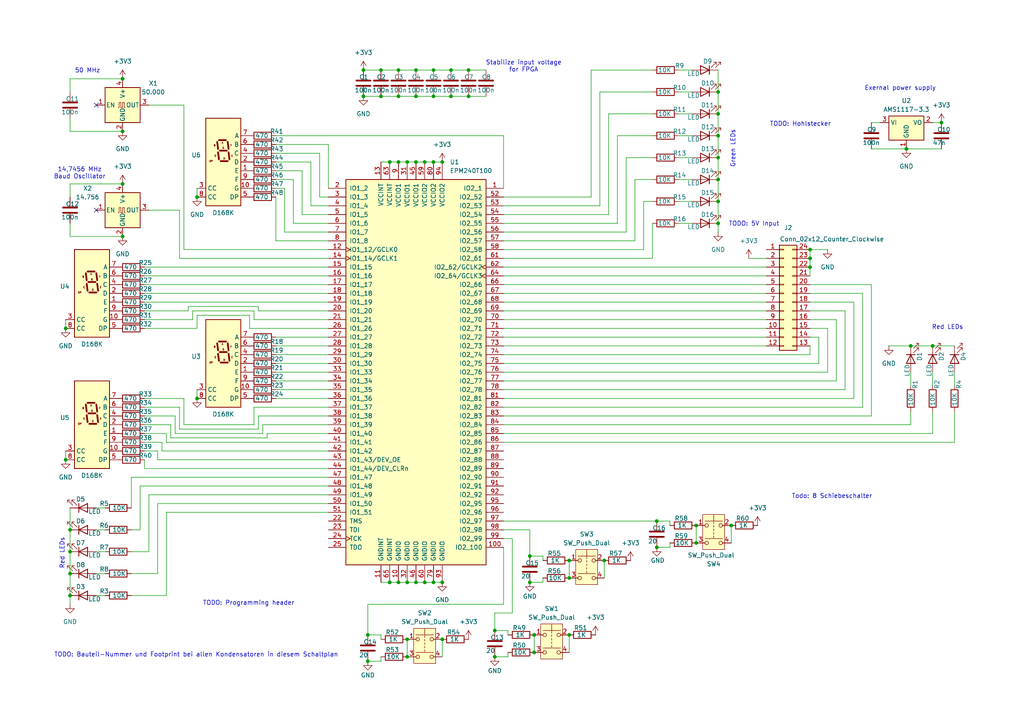
<source format=kicad_sch>
(kicad_sch (version 20231120) (generator "eeschema") (generator_version "8.0")
  (paper "A4")
  (junction (at 130.81 20.32))
  (junction (at 143.51 182.88))
  (junction (at 118.11 185.42))
  (junction (at 115.57 46.99))
  (junction (at 153.67 168.91))
  (junction (at 273.05 35.56))
  (junction (at 208.28 45.72))
  (junction (at 208.28 33.02))
  (junction (at 175.26 162.56))
  (junction (at 208.28 39.37))
  (junction (at 113.03 168.91))
  (junction (at 118.11 190.5))
  (junction (at 153.67 161.29))
  (junction (at 234.95 72.39))
  (junction (at 120.65 46.99))
  (junction (at 208.28 26.67))
  (junction (at 125.73 27.94))
  (junction (at 201.93 157.48))
  (junction (at 234.95 77.47))
  (junction (at 115.57 20.32))
  (junction (at 105.41 20.32))
  (junction (at 135.89 20.32))
  (junction (at 165.1 167.64))
  (junction (at 125.73 20.32))
  (junction (at 264.16 100.33))
  (junction (at 262.89 43.18))
  (junction (at 118.11 46.99))
  (junction (at 130.81 27.94))
  (junction (at 110.49 27.94))
  (junction (at 105.41 27.94))
  (junction (at 128.27 46.99))
  (junction (at 35.56 38.1))
  (junction (at 208.28 58.42))
  (junction (at 20.32 166.37))
  (junction (at 154.94 189.23))
  (junction (at 20.32 172.72))
  (junction (at 35.56 68.58))
  (junction (at 19.05 95.25))
  (junction (at 113.03 46.99))
  (junction (at 125.73 46.99))
  (junction (at 234.95 74.93))
  (junction (at 115.57 168.91))
  (junction (at 57.15 115.57))
  (junction (at 110.49 20.32))
  (junction (at 123.19 168.91))
  (junction (at 118.11 168.91))
  (junction (at 20.32 160.02))
  (junction (at 106.68 184.15))
  (junction (at 143.51 190.5))
  (junction (at 165.1 162.56))
  (junction (at 165.1 184.15))
  (junction (at 128.27 185.42))
  (junction (at 125.73 168.91))
  (junction (at 57.15 57.15))
  (junction (at 270.51 100.33))
  (junction (at 19.05 133.35))
  (junction (at 120.65 168.91))
  (junction (at 120.65 27.94))
  (junction (at 208.28 64.77))
  (junction (at 190.5 151.13))
  (junction (at 154.94 184.15))
  (junction (at 190.5 158.75))
  (junction (at 135.89 27.94))
  (junction (at 35.56 53.34))
  (junction (at 208.28 52.07))
  (junction (at 201.93 152.4))
  (junction (at 123.19 46.99))
  (junction (at 35.56 22.86))
  (junction (at 128.27 168.91))
  (junction (at 115.57 27.94))
  (junction (at 212.09 152.4))
  (junction (at 106.68 191.77))
  (junction (at 120.65 20.32))
  (junction (at 20.32 153.67))
  (no_connect (at 27.94 60.96))
  (no_connect (at 27.94 30.48))
  (wire (pts (xy 257.81 100.33) (xy 264.16 100.33)))
  (wire (pts (xy 237.49 97.79) (xy 237.49 105.41)))
  (wire (pts (xy 87.63 49.53) (xy 80.01 49.53)))
  (wire (pts (xy 46.99 130.81) (xy 46.99 128.27)))
  (wire (pts (xy 82.55 67.31) (xy 95.25 67.31)))
  (wire (pts (xy 184.15 69.85) (xy 184.15 52.07)))
  (wire (pts (xy 20.32 166.37) (xy 20.32 172.72)))
  (wire (pts (xy 80.01 107.95) (xy 95.25 107.95)))
  (wire (pts (xy 250.19 85.09) (xy 234.95 85.09)))
  (wire (pts (xy 20.32 172.72) (xy 20.32 175.26)))
  (wire (pts (xy 53.34 123.19) (xy 73.66 123.19)))
  (wire (pts (xy 270.51 35.56) (xy 273.05 35.56)))
  (wire (pts (xy 80.01 102.87) (xy 95.25 102.87)))
  (wire (pts (xy 125.73 46.99) (xy 128.27 46.99)))
  (wire (pts (xy 240.03 95.25) (xy 234.95 95.25)))
  (wire (pts (xy 252.73 43.18) (xy 262.89 43.18)))
  (wire (pts (xy 49.53 123.19) (xy 41.91 123.19)))
  (wire (pts (xy 146.05 59.69) (xy 173.99 59.69)))
  (wire (pts (xy 41.91 77.47) (xy 95.25 77.47)))
  (wire (pts (xy 148.59 156.21) (xy 148.59 177.8)))
  (wire (pts (xy 106.68 184.15) (xy 106.68 175.26)))
  (wire (pts (xy 153.67 168.91) (xy 157.48 168.91)))
  (wire (pts (xy 234.95 87.63) (xy 247.65 87.63)))
  (wire (pts (xy 90.17 59.69) (xy 95.25 59.69)))
  (wire (pts (xy 54.61 90.17) (xy 54.61 88.9)))
  (wire (pts (xy 54.61 88.9) (xy 74.93 88.9)))
  (wire (pts (xy 264.16 123.19) (xy 146.05 123.19)))
  (wire (pts (xy 146.05 100.33) (xy 222.25 100.33)))
  (wire (pts (xy 146.05 125.73) (xy 270.51 125.73)))
  (wire (pts (xy 40.64 140.97) (xy 95.25 140.97)))
  (wire (pts (xy 27.94 153.67) (xy 30.48 153.67)))
  (wire (pts (xy 113.03 168.91) (xy 115.57 168.91)))
  (wire (pts (xy 43.18 30.48) (xy 53.34 30.48)))
  (wire (pts (xy 43.18 143.51) (xy 95.25 143.51)))
  (wire (pts (xy 200.66 33.02) (xy 196.85 33.02)))
  (wire (pts (xy 20.32 26.67) (xy 20.32 22.86)))
  (wire (pts (xy 74.93 90.17) (xy 95.25 90.17)))
  (wire (pts (xy 234.95 72.39) (xy 234.95 74.93)))
  (wire (pts (xy 146.05 113.03) (xy 245.11 113.03)))
  (wire (pts (xy 41.91 95.25) (xy 57.15 95.25)))
  (wire (pts (xy 113.03 46.99) (xy 115.57 46.99)))
  (wire (pts (xy 123.19 168.91) (xy 125.73 168.91)))
  (wire (pts (xy 110.49 184.15) (xy 110.49 185.42)))
  (wire (pts (xy 125.73 27.94) (xy 130.81 27.94)))
  (wire (pts (xy 57.15 91.44) (xy 72.39 91.44)))
  (wire (pts (xy 20.32 53.34) (xy 35.56 53.34)))
  (wire (pts (xy 146.05 62.23) (xy 176.53 62.23)))
  (wire (pts (xy 41.91 120.65) (xy 50.8 120.65)))
  (wire (pts (xy 157.48 161.29) (xy 157.48 162.56)))
  (wire (pts (xy 125.73 20.32) (xy 130.81 20.32)))
  (wire (pts (xy 234.95 97.79) (xy 237.49 97.79)))
  (wire (pts (xy 200.66 64.77) (xy 196.85 64.77)))
  (wire (pts (xy 73.66 92.71) (xy 73.66 90.17)))
  (wire (pts (xy 27.94 147.32) (xy 30.48 147.32)))
  (wire (pts (xy 181.61 67.31) (xy 181.61 45.72)))
  (wire (pts (xy 148.59 177.8) (xy 143.51 177.8)))
  (wire (pts (xy 179.07 39.37) (xy 189.23 39.37)))
  (wire (pts (xy 146.05 118.11) (xy 250.19 118.11)))
  (wire (pts (xy 212.09 152.4) (xy 212.09 157.48)))
  (wire (pts (xy 234.95 102.87) (xy 234.95 100.33)))
  (wire (pts (xy 53.34 72.39) (xy 53.34 30.48)))
  (wire (pts (xy 147.32 190.5) (xy 147.32 189.23)))
  (wire (pts (xy 53.34 115.57) (xy 53.34 123.19)))
  (wire (pts (xy 92.71 57.15) (xy 92.71 44.45)))
  (wire (pts (xy 106.68 175.26) (xy 146.05 175.26)))
  (wire (pts (xy 146.05 80.01) (xy 222.25 80.01)))
  (wire (pts (xy 41.91 130.81) (xy 45.72 130.81)))
  (wire (pts (xy 48.26 125.73) (xy 48.26 128.27)))
  (wire (pts (xy 234.95 77.47) (xy 234.95 80.01)))
  (wire (pts (xy 208.28 33.02) (xy 208.28 39.37)))
  (wire (pts (xy 76.2 125.73) (xy 76.2 123.19)))
  (wire (pts (xy 73.66 118.11) (xy 95.25 118.11)))
  (wire (pts (xy 80.01 110.49) (xy 95.25 110.49)))
  (wire (pts (xy 106.68 191.77) (xy 110.49 191.77)))
  (wire (pts (xy 146.05 82.55) (xy 222.25 82.55)))
  (wire (pts (xy 106.68 184.15) (xy 110.49 184.15)))
  (wire (pts (xy 82.55 54.61) (xy 80.01 54.61)))
  (wire (pts (xy 146.05 102.87) (xy 234.95 102.87)))
  (wire (pts (xy 200.66 45.72) (xy 196.85 45.72)))
  (wire (pts (xy 146.05 92.71) (xy 222.25 92.71)))
  (wire (pts (xy 234.95 74.93) (xy 234.95 77.47)))
  (wire (pts (xy 85.09 64.77) (xy 95.25 64.77)))
  (wire (pts (xy 45.72 130.81) (xy 45.72 133.35)))
  (wire (pts (xy 146.05 67.31) (xy 181.61 67.31)))
  (wire (pts (xy 41.91 135.89) (xy 95.25 135.89)))
  (wire (pts (xy 165.1 184.15) (xy 165.1 189.23)))
  (wire (pts (xy 73.66 92.71) (xy 95.25 92.71)))
  (wire (pts (xy 19.05 92.71) (xy 19.05 95.25)))
  (wire (pts (xy 120.65 168.91) (xy 123.19 168.91)))
  (wire (pts (xy 90.17 46.99) (xy 90.17 59.69)))
  (wire (pts (xy 262.89 43.18) (xy 273.05 43.18)))
  (wire (pts (xy 49.53 127) (xy 49.53 123.19)))
  (wire (pts (xy 250.19 118.11) (xy 250.19 85.09)))
  (wire (pts (xy 52.07 124.46) (xy 52.07 118.11)))
  (wire (pts (xy 146.05 57.15) (xy 171.45 57.15)))
  (wire (pts (xy 41.91 115.57) (xy 53.34 115.57)))
  (wire (pts (xy 87.63 62.23) (xy 95.25 62.23)))
  (wire (pts (xy 50.8 120.65) (xy 50.8 125.73)))
  (wire (pts (xy 208.28 20.32) (xy 208.28 26.67)))
  (wire (pts (xy 80.01 100.33) (xy 95.25 100.33)))
  (wire (pts (xy 247.65 87.63) (xy 247.65 115.57)))
  (wire (pts (xy 45.72 133.35) (xy 95.25 133.35)))
  (wire (pts (xy 240.03 107.95) (xy 240.03 95.25)))
  (wire (pts (xy 200.66 58.42) (xy 196.85 58.42)))
  (wire (pts (xy 252.73 82.55) (xy 252.73 120.65)))
  (wire (pts (xy 146.05 74.93) (xy 189.23 74.93)))
  (wire (pts (xy 20.32 64.77) (xy 20.32 68.58)))
  (wire (pts (xy 80.01 41.91) (xy 95.25 41.91)))
  (wire (pts (xy 55.88 90.17) (xy 55.88 92.71)))
  (wire (pts (xy 194.31 151.13) (xy 194.31 152.4)))
  (wire (pts (xy 120.65 46.99) (xy 123.19 46.99)))
  (wire (pts (xy 165.1 162.56) (xy 165.1 167.64)))
  (wire (pts (xy 85.09 52.07) (xy 85.09 64.77)))
  (wire (pts (xy 52.07 118.11) (xy 41.91 118.11)))
  (wire (pts (xy 76.2 123.19) (xy 95.25 123.19)))
  (wire (pts (xy 72.39 95.25) (xy 95.25 95.25)))
  (wire (pts (xy 80.01 52.07) (xy 85.09 52.07)))
  (wire (pts (xy 77.47 125.73) (xy 95.25 125.73)))
  (wire (pts (xy 179.07 64.77) (xy 179.07 39.37)))
  (wire (pts (xy 135.89 27.94) (xy 140.97 27.94)))
  (wire (pts (xy 20.32 153.67) (xy 20.32 160.02)))
  (wire (pts (xy 95.25 41.91) (xy 95.25 54.61)))
  (wire (pts (xy 73.66 90.17) (xy 55.88 90.17)))
  (wire (pts (xy 27.94 160.02) (xy 30.48 160.02)))
  (wire (pts (xy 186.69 72.39) (xy 186.69 58.42)))
  (wire (pts (xy 19.05 130.81) (xy 19.05 133.35)))
  (wire (pts (xy 41.91 82.55) (xy 95.25 82.55)))
  (wire (pts (xy 80.01 46.99) (xy 90.17 46.99)))
  (wire (pts (xy 45.72 166.37) (xy 45.72 146.05)))
  (wire (pts (xy 118.11 46.99) (xy 120.65 46.99)))
  (wire (pts (xy 46.99 130.81) (xy 95.25 130.81)))
  (wire (pts (xy 115.57 27.94) (xy 120.65 27.94)))
  (wire (pts (xy 154.94 184.15) (xy 154.94 189.23)))
  (wire (pts (xy 41.91 125.73) (xy 48.26 125.73)))
  (wire (pts (xy 43.18 160.02) (xy 43.18 143.51)))
  (wire (pts (xy 120.65 20.32) (xy 125.73 20.32)))
  (wire (pts (xy 115.57 168.91) (xy 118.11 168.91)))
  (wire (pts (xy 74.93 120.65) (xy 95.25 120.65)))
  (wire (pts (xy 20.32 68.58) (xy 35.56 68.58)))
  (wire (pts (xy 173.99 26.67) (xy 189.23 26.67)))
  (wire (pts (xy 74.93 88.9) (xy 74.93 90.17)))
  (wire (pts (xy 92.71 57.15) (xy 95.25 57.15)))
  (wire (pts (xy 48.26 148.59) (xy 95.25 148.59)))
  (wire (pts (xy 110.49 46.99) (xy 113.03 46.99)))
  (wire (pts (xy 189.23 74.93) (xy 189.23 64.77)))
  (wire (pts (xy 57.15 113.03) (xy 57.15 115.57)))
  (wire (pts (xy 20.32 22.86) (xy 35.56 22.86)))
  (wire (pts (xy 57.15 95.25) (xy 57.15 91.44)))
  (wire (pts (xy 208.28 45.72) (xy 208.28 52.07)))
  (wire (pts (xy 105.41 20.32) (xy 110.49 20.32)))
  (wire (pts (xy 46.99 128.27) (xy 41.91 128.27)))
  (wire (pts (xy 146.05 175.26) (xy 146.05 158.75)))
  (wire (pts (xy 146.05 156.21) (xy 148.59 156.21)))
  (wire (pts (xy 240.03 72.39) (xy 234.95 72.39)))
  (wire (pts (xy 77.47 125.73) (xy 77.47 127)))
  (wire (pts (xy 147.32 182.88) (xy 147.32 184.15)))
  (wire (pts (xy 143.51 190.5) (xy 147.32 190.5)))
  (wire (pts (xy 72.39 91.44) (xy 72.39 95.25)))
  (wire (pts (xy 80.01 115.57) (xy 95.25 115.57)))
  (wire (pts (xy 175.26 162.56) (xy 175.26 167.64)))
  (wire (pts (xy 245.11 113.03) (xy 245.11 90.17)))
  (wire (pts (xy 80.01 97.79) (xy 95.25 97.79)))
  (wire (pts (xy 73.66 123.19) (xy 73.66 118.11)))
  (wire (pts (xy 120.65 27.94) (xy 125.73 27.94)))
  (wire (pts (xy 57.15 54.61) (xy 57.15 57.15)))
  (wire (pts (xy 20.32 147.32) (xy 20.32 153.67)))
  (wire (pts (xy 146.05 39.37) (xy 146.05 54.61)))
  (wire (pts (xy 110.49 20.32) (xy 115.57 20.32)))
  (wire (pts (xy 200.66 20.32) (xy 196.85 20.32)))
  (wire (pts (xy 20.32 57.15) (xy 20.32 53.34)))
  (wire (pts (xy 194.31 158.75) (xy 194.31 157.48)))
  (wire (pts (xy 20.32 38.1) (xy 35.56 38.1)))
  (wire (pts (xy 276.86 119.38) (xy 276.86 128.27)))
  (wire (pts (xy 135.89 20.32) (xy 140.97 20.32)))
  (wire (pts (xy 153.67 161.29) (xy 157.48 161.29)))
  (wire (pts (xy 176.53 62.23) (xy 176.53 33.02)))
  (wire (pts (xy 130.81 20.32) (xy 135.89 20.32)))
  (wire (pts (xy 200.66 39.37) (xy 196.85 39.37)))
  (wire (pts (xy 186.69 58.42) (xy 189.23 58.42)))
  (wire (pts (xy 43.18 60.96) (xy 52.07 60.96)))
  (wire (pts (xy 115.57 20.32) (xy 120.65 20.32)))
  (wire (pts (xy 146.05 95.25) (xy 222.25 95.25)))
  (wire (pts (xy 146.05 69.85) (xy 184.15 69.85)))
  (wire (pts (xy 171.45 57.15) (xy 171.45 20.32)))
  (wire (pts (xy 77.47 127) (xy 49.53 127)))
  (wire (pts (xy 157.48 168.91) (xy 157.48 167.64)))
  (wire (pts (xy 125.73 168.91) (xy 128.27 168.91)))
  (wire (pts (xy 184.15 52.07) (xy 189.23 52.07)))
  (wire (pts (xy 146.05 115.57) (xy 247.65 115.57)))
  (wire (pts (xy 146.05 77.47) (xy 222.25 77.47)))
  (wire (pts (xy 48.26 128.27) (xy 95.25 128.27)))
  (wire (pts (xy 146.05 87.63) (xy 222.25 87.63)))
  (wire (pts (xy 146.05 64.77) (xy 179.07 64.77)))
  (wire (pts (xy 146.05 120.65) (xy 252.73 120.65)))
  (wire (pts (xy 110.49 191.77) (xy 110.49 190.5)))
  (wire (pts (xy 264.16 119.38) (xy 264.16 123.19)))
  (wire (pts (xy 80.01 113.03) (xy 95.25 113.03)))
  (wire (pts (xy 38.1 138.43) (xy 38.1 147.32)))
  (wire (pts (xy 190.5 151.13) (xy 194.31 151.13)))
  (wire (pts (xy 245.11 90.17) (xy 234.95 90.17)))
  (wire (pts (xy 234.95 92.71) (xy 242.57 92.71)))
  (wire (pts (xy 52.07 60.96) (xy 52.07 74.93)))
  (wire (pts (xy 27.94 172.72) (xy 30.48 172.72)))
  (wire (pts (xy 48.26 148.59) (xy 48.26 172.72)))
  (wire (pts (xy 41.91 90.17) (xy 54.61 90.17)))
  (wire (pts (xy 118.11 185.42) (xy 118.11 190.5)))
  (wire (pts (xy 87.63 62.23) (xy 87.63 49.53)))
  (wire (pts (xy 41.91 85.09) (xy 95.25 85.09)))
  (wire (pts (xy 80.01 69.85) (xy 95.25 69.85)))
  (wire (pts (xy 38.1 166.37) (xy 45.72 166.37)))
  (wire (pts (xy 270.51 100.33) (xy 264.16 100.33)))
  (wire (pts (xy 143.51 177.8) (xy 143.51 182.88)))
  (wire (pts (xy 40.64 153.67) (xy 38.1 153.67)))
  (wire (pts (xy 200.66 26.67) (xy 196.85 26.67)))
  (wire (pts (xy 171.45 20.32) (xy 189.23 20.32)))
  (wire (pts (xy 270.51 125.73) (xy 270.51 119.38)))
  (wire (pts (xy 130.81 27.94) (xy 135.89 27.94)))
  (wire (pts (xy 208.28 26.67) (xy 208.28 33.02)))
  (wire (pts (xy 208.28 64.77) (xy 208.28 67.31)))
  (wire (pts (xy 115.57 46.99) (xy 118.11 46.99)))
  (wire (pts (xy 52.07 74.93) (xy 95.25 74.93)))
  (wire (pts (xy 40.64 140.97) (xy 40.64 153.67)))
  (wire (pts (xy 27.94 166.37) (xy 30.48 166.37)))
  (wire (pts (xy 143.51 182.88) (xy 147.32 182.88)))
  (wire (pts (xy 80.01 105.41) (xy 95.25 105.41)))
  (wire (pts (xy 146.05 90.17) (xy 222.25 90.17)))
  (wire (pts (xy 128.27 185.42) (xy 128.27 190.5)))
  (wire (pts (xy 252.73 35.56) (xy 255.27 35.56)))
  (wire (pts (xy 48.26 172.72) (xy 38.1 172.72)))
  (wire (pts (xy 181.61 45.72) (xy 189.23 45.72)))
  (wire (pts (xy 242.57 92.71) (xy 242.57 110.49)))
  (wire (pts (xy 264.16 111.76) (xy 264.16 107.95)))
  (wire (pts (xy 123.19 46.99) (xy 125.73 46.99)))
  (wire (pts (xy 74.93 124.46) (xy 52.07 124.46)))
  (wire (pts (xy 110.49 168.91) (xy 113.03 168.91)))
  (wire (pts (xy 276.86 100.33) (xy 270.51 100.33)))
  (wire (pts (xy 55.88 92.71) (xy 41.91 92.71)))
  (wire (pts (xy 208.28 58.42) (xy 208.28 64.77)))
  (wire (pts (xy 50.8 125.73) (xy 76.2 125.73)))
  (wire (pts (xy 200.66 52.07) (xy 196.85 52.07)))
  (wire (pts (xy 41.91 87.63) (xy 95.25 87.63)))
  (wire (pts (xy 38.1 138.43) (xy 95.25 138.43)))
  (wire (pts (xy 74.93 120.65) (xy 74.93 124.46)))
  (wire (pts (xy 110.49 27.94) (xy 115.57 27.94)))
  (wire (pts (xy 146.05 110.49) (xy 242.57 110.49)))
  (wire (pts (xy 208.28 39.37) (xy 208.28 45.72)))
  (wire (pts (xy 234.95 82.55) (xy 252.73 82.55)))
  (wire (pts (xy 20.32 34.29) (xy 20.32 38.1)))
  (wire (pts (xy 146.05 151.13) (xy 190.5 151.13)))
  (wire (pts (xy 217.17 74.93) (xy 222.25 74.93)))
  (wire (pts (xy 146.05 85.09) (xy 222.25 85.09)))
  (wire (pts (xy 276.86 128.27) (xy 146.05 128.27)))
  (wire (pts (xy 146.05 97.79) (xy 222.25 97.79)))
  (wire (pts (xy 105.41 27.94) (xy 110.49 27.94)))
  (wire (pts (xy 45.72 146.05) (xy 95.25 146.05)))
  (wire (pts (xy 270.51 111.76) (xy 270.51 107.95)))
  (wire (pts (xy 41.91 80.01) (xy 95.25 80.01)))
  (wire (pts (xy 53.34 72.39) (xy 95.25 72.39)))
  (wire (pts (xy 20.32 160.02) (xy 20.32 166.37)))
  (wire (pts (xy 208.28 52.07) (xy 208.28 58.42)))
  (wire (pts (xy 80.01 39.37) (xy 146.05 39.37)))
  (wire (pts (xy 190.5 158.75) (xy 194.31 158.75)))
  (wire (pts (xy 146.05 105.41) (xy 237.49 105.41)))
  (wire (pts (xy 276.86 111.76) (xy 276.86 107.95)))
  (wire (pts (xy 173.99 59.69) (xy 173.99 26.67)))
  (wire (pts (xy 153.67 161.29) (xy 153.67 153.67)))
  (wire (pts (xy 41.91 133.35) (xy 41.91 135.89)))
  (wire (pts (xy 80.01 57.15) (xy 80.01 69.85)))
  (wire (pts (xy 146.05 107.95) (xy 240.03 107.95)))
  (wire (pts (xy 201.93 152.4) (xy 201.93 157.48)))
  (wire (pts (xy 153.67 153.67) (xy 146.05 153.67)))
  (wire (pts (xy 176.53 33.02) (xy 189.23 33.02)))
  (wire (pts (xy 146.05 72.39) (xy 186.69 72.39)))
  (wire (pts (xy 38.1 160.02) (xy 43.18 160.02)))
  (wire (pts (xy 92.71 44.45) (xy 80.01 44.45)))
  (wire (pts (xy 118.11 168.91) (xy 120.65 168.91)))
  (wire (pts (xy 82.55 67.31) (xy 82.55 54.61)))
  (text "TODO: 5V Input" (at 218.694 65.024 0) (effects (font (size 1.27 1.27))))
  (text "Stabilize input voltage\nfor FPGA" (at 151.892 19.304 0) (effects (font (size 1.27 1.27))))
  (text "Red LEDs" (at 274.828 94.996 0) (effects (font (size 1.27 1.27))))
  (text "Green LEDs" (at 212.598 43.18 90) (effects (font (size 1.27 1.27))))
  (text "TODO: Bauteil-Nummer und Footprint bei allen Kondensatoren in diesem Schaltplan" (at 56.896 189.992 0) (effects (font (size 1.27 1.27))))
  (text "14,7456 MHz\nBaud Oscillator" (at 23.114 50.292 0) (effects (font (size 1.27 1.27))))
  (text "Todo: 8 Schiebeschalter" (at 241.3 144.018 0) (effects (font (size 1.27 1.27))))
  (text "50 MHz" (at 25.4 20.574 0) (effects (font (size 1.27 1.27))))
  (text "Exernal power supply" (at 261.112 25.654 0) (effects (font (size 1.27 1.27))))
  (text "Red LEDs" (at 18.034 160.528 90) (effects (font (size 1.27 1.27))))
  (text "TODO: Programming header" (at 72.136 175.006 0) (effects (font (size 1.27 1.27))))
  (text "TODO: Hohlstecker" (at 232.156 36.068 0) (effects (font (size 1.27 1.27))))
  (symbol (lib_id "Device:R") (at 215.9 152.4 90) (mirror x) (unit 1)
    (property "Reference" "R60" (at 215.392 150.368 90))
    (property "Value" "1K" (at 215.646 152.4 90))
    (property "Description" "Resistor" (effects (hide yes)))
    (property "Part-Nr" "OMR B3F-4000" (effects (hide yes)))
  )
  (symbol (lib_id "Device:LED") (at 24.13 172.72 0) (mirror x) (unit 1)
    (property "Reference" "D3" (at 23.368 170.18 0))
    (property "Value" "LED" (at 27.432 173.736 0))
    (property "Description" "Light emitting diode" (effects (hide yes)))
  )
  (symbol (lib_id "Device:R") (at 161.29 167.64 90) (mirror x) (unit 1)
    (property "Reference" "R56" (at 160.782 165.608 90))
    (property "Value" "10K" (at 161.036 167.64 90))
    (property "Description" "Resistor" (effects (hide yes)))
    (property "Part-Nr" "OMR B3F-4000" (effects (hide yes)))
  )
  (symbol (lib_id "Device:R") (at 38.1 87.63 90) (unit 1)
    (property "Reference" "R29" (at 42.164 86.36 90))
    (property "Value" "470" (at 37.846 87.63 90))
    (property "Description" "Resistor" (effects (hide yes)))
  )
  (symbol (lib_id "Device:C") (at 20.32 60.96 0) (unit 1)
    (property "Reference" "C12" (at 19.05 59.182 0) (effects (justify left)))
    (property "Value" "100n" (at 17.78 62.992 0) (effects (justify left)))
    (property "Description" "Unpolarized capacitor" (effects (hide yes)))
  )
  (symbol (lib_id "power:+3V3") (at 105.41 20.32 0) (unit 1)
    (property "Reference" "#PWR02" (effects (hide yes)))
    (property "Value" "+3V3" (at 105.41 15.24 0))
    (property "Description" "Power symbol creates a global label with name \"+3V3\"" (effects (hide yes)))
  )
  (symbol (lib_id "Device:C") (at 110.49 24.13 0) (unit 1)
    (property "Reference" "C2" (at 109.22 22.352 0) (effects (justify left)))
    (property "Value" "100n" (at 107.95 26.162 0) (effects (justify left)))
    (property "Description" "Unpolarized capacitor" (effects (hide yes)))
  )
  (symbol (lib_id "Device:R") (at 193.04 64.77 90) (unit 1)
    (property "Reference" "R16" (at 197.104 63.5 90))
    (property "Value" "10K" (at 192.786 64.77 90))
    (property "Description" "Resistor" (effects (hide yes)))
  )
  (symbol (lib_id "Oscillator:XO53") (at 35.56 30.48 0) (unit 1)
    (property "Reference" "X1" (at 44.45 24.1614 0))
    (property "Value" "50.000" (at 44.45 26.7014 0))
    (property "Footprint" "Oscillator:Oscillator_SMD_EuroQuartz_XO53-4Pin_5.0x3.2mm_HandSoldering" (effects (hide yes)))
    (property "Datasheet" "http://cdn-reichelt.de/documents/datenblatt/B400/XO53.pdf" (effects (hide yes)))
    (property "Description" "Low Power Consumption Clock Oscillator" (effects (hide yes)))
    (property "Part-Nr" "XO53 50,00000" (effects (hide yes)))
  )
  (symbol (lib_id "Device:R") (at 38.1 85.09 90) (unit 1)
    (property "Reference" "R28" (at 42.164 83.82 90))
    (property "Value" "470" (at 37.846 85.09 90))
    (property "Description" "Resistor" (effects (hide yes)))
  )
  (symbol (lib_id "Device:C") (at 190.5 154.94 0) (unit 1)
    (property "Reference" "C16" (at 189.23 153.162 0) (effects (justify left)))
    (property "Value" "20" (at 187.96 156.972 0) (effects (justify left)))
    (property "Description" "Unpolarized capacitor" (effects (hide yes)))
  )
  (symbol (lib_id "Device:LED") (at 24.13 160.02 0) (mirror x) (unit 1)
    (property "Reference" "D7" (at 23.368 157.48 0))
    (property "Value" "LED" (at 27.432 161.036 0))
    (property "Description" "Light emitting diode" (effects (hide yes)))
  )
  (symbol (lib_id "Device:R") (at 76.2 100.33 90) (unit 1)
    (property "Reference" "R18" (at 80.264 99.06 90))
    (property "Value" "470" (at 75.946 100.33 90))
    (property "Description" "Resistor" (effects (hide yes)))
  )
  (symbol (lib_id "power:GND") (at 143.51 190.5 0) (unit 1)
    (property "Reference" "#PWR020" (effects (hide yes)))
    (property "Value" "GND" (at 143.51 194.564 0))
    (property "Description" "Power symbol creates a global label with name \"GND\" , ground" (effects (hide yes)))
  )
  (symbol (lib_id "Display_Character:D168K") (at 26.67 123.19 0) (mirror y) (unit 1)
    (property "Reference" "U5" (at 18.796 121.158 0))
    (property "Value" "D168K" (at 26.67 137.922 0))
    (property "Footprint" "Display_7Segment:D1X8K" (effects (hide yes)))
    (property "Datasheet" "https://ia800903.us.archive.org/24/items/CTKD1x8K/Cromatek%20D168K.pdf" (effects (hide yes)))
    (property "Description" "One digit 7 segment ultra bright red LED, low current, common cathode" (effects (hide yes)))
    (property "Part-Nr" "SA 56-11 RT Alternative: SC 39-11 GN" (effects (hide yes)))
  )
  (symbol (lib_id "Device:R") (at 198.12 152.4 90) (mirror x) (unit 1)
    (property "Reference" "R58" (at 197.612 150.368 90))
    (property "Value" "1K" (at 197.866 152.4 90))
    (property "Description" "Resistor" (effects (hide yes)))
    (property "Part-Nr" "OMR B3F-4000" (effects (hide yes)))
  )
  (symbol (lib_id "power:+3V3") (at 135.89 185.42 0) (unit 1)
    (property "Reference" "#PWR023" (effects (hide yes)))
    (property "Value" "+3V3" (at 135.89 180.34 0))
    (property "Description" "Power symbol creates a global label with name \"+3V3\"" (effects (hide yes)))
  )
  (symbol (lib_id "Device:R") (at 34.29 147.32 270) (mirror x) (unit 1)
    (property "Reference" "R5" (at 30.226 146.05 90))
    (property "Value" "10K" (at 34.544 147.32 90))
    (property "Description" "Resistor" (effects (hide yes)))
  )
  (symbol (lib_id "Oscillator:XO53") (at 35.56 60.96 0) (unit 1)
    (property "Reference" "X2" (at 25.4 54.6414 0))
    (property "Value" "14.756" (at 25.4 57.1814 0))
    (property "Footprint" "Oscillator:Oscillator_SMD_EuroQuartz_XO53-4Pin_5.0x3.2mm_HandSoldering" (effects (hide yes)))
    (property "Datasheet" "http://cdn-reichelt.de/documents/datenblatt/B400/XO53.pdf" (effects (hide yes)))
    (property "Description" "Low Power Consumption Clock Oscillator" (effects (hide yes)))
    (property "Part-Nr" "XO53 14,74560 " (effects (hide yes)))
  )
  (symbol (lib_id "CPLD_Altera:EPM240T100") (at 120.65 107.95 0) (unit 1)
    (property "Reference" "U1" (at 130.4641 46.99 0) (effects (justify left)))
    (property "Value" "EPM240T100" (at 130.4641 49.53 0) (effects (justify left)))
    (property "Footprint" "Package_QFP:TQFP-100_14x14mm_P0.5mm" (effects (hide yes)))
    (property "Datasheet" "https://www.altera.com/content/dam/altera-www/global/en_US/pdfs/literature/hb/max2/max2_mii5v1.pdf" (effects (hide yes)))
    (property "Description" "Altera MAX2 CPLD with 240 LE" (effects (hide yes)))
    (property "Part-Nr" "EPM 240T100 C5N" (effects (hide yes)))
  )
  (symbol (lib_id "Device:R") (at 76.2 105.41 90) (unit 1)
    (property "Reference" "R20" (at 80.264 104.14 90))
    (property "Value" "470" (at 75.946 105.41 90))
    (property "Description" "Resistor" (effects (hide yes)))
  )
  (symbol (lib_id "Device:C") (at 115.57 24.13 0) (unit 1)
    (property "Reference" "C3" (at 114.3 22.352 0) (effects (justify left)))
    (property "Value" "100n" (at 113.03 26.162 0) (effects (justify left)))
    (property "Description" "Unpolarized capacitor" (effects (hide yes)))
  )
  (symbol (lib_id "Device:R") (at 76.2 115.57 90) (unit 1)
    (property "Reference" "R24" (at 80.264 114.3 90))
    (property "Value" "470" (at 75.946 115.57 90))
    (property "Description" "Resistor" (effects (hide yes)))
  )
  (symbol (lib_id "Device:R") (at 193.04 20.32 90) (unit 1)
    (property "Reference" "R9" (at 197.104 19.05 90))
    (property "Value" "10K" (at 192.786 20.32 90))
    (property "Description" "Resistor" (effects (hide yes)))
  )
  (symbol (lib_id "power:+3V3") (at 182.88 162.56 0) (unit 1)
    (property "Reference" "#PWR025" (effects (hide yes)))
    (property "Value" "+3V3" (at 182.88 157.48 0))
    (property "Description" "Power symbol creates a global label with name \"+3V3\"" (effects (hide yes)))
  )
  (symbol (lib_id "Device:R") (at 193.04 39.37 90) (unit 1)
    (property "Reference" "R12" (at 197.104 38.1 90))
    (property "Value" "10K" (at 192.786 39.37 90))
    (property "Description" "Resistor" (effects (hide yes)))
  )
  (symbol (lib_id "Device:LED") (at 24.13 153.67 0) (mirror x) (unit 1)
    (property "Reference" "D6" (at 23.368 151.13 0))
    (property "Value" "LED" (at 27.432 154.686 0))
    (property "Description" "Light emitting diode" (effects (hide yes)))
  )
  (symbol (lib_id "Device:LED") (at 24.13 166.37 0) (mirror x) (unit 1)
    (property "Reference" "D8" (at 23.368 163.83 0))
    (property "Value" "LED" (at 27.432 167.386 0))
    (property "Description" "Light emitting diode" (effects (hide yes)))
  )
  (symbol (lib_id "Device:C") (at 106.68 187.96 0) (unit 1)
    (property "Reference" "C14" (at 105.41 186.182 0) (effects (justify left)))
    (property "Value" "20" (at 104.14 189.992 0) (effects (justify left)))
    (property "Description" "Unpolarized capacitor" (effects (hide yes)))
  )
  (symbol (lib_id "Device:R") (at 76.2 102.87 90) (unit 1)
    (property "Reference" "R19" (at 80.264 101.6 90))
    (property "Value" "470" (at 75.946 102.87 90))
    (property "Description" "Resistor" (effects (hide yes)))
  )
  (symbol (lib_id "Device:R") (at 34.29 153.67 270) (mirror x) (unit 1)
    (property "Reference" "R6" (at 30.226 152.4 90))
    (property "Value" "10K" (at 34.544 153.67 90))
    (property "Description" "Resistor" (effects (hide yes)))
  )
  (symbol (lib_id "Device:R") (at 38.1 118.11 90) (unit 1)
    (property "Reference" "R34" (at 42.164 116.84 90))
    (property "Value" "470" (at 37.846 118.11 90))
    (property "Description" "Resistor" (effects (hide yes)))
  )
  (symbol (lib_id "Device:LED") (at 276.86 104.14 90) (mirror x) (unit 1)
    (property "Reference" "D4" (at 279.4 103.378 0))
    (property "Value" "LED" (at 275.844 107.442 0))
    (property "Description" "Light emitting diode" (effects (hide yes)))
  )
  (symbol (lib_id "power:+3V3") (at 172.72 184.15 0) (unit 1)
    (property "Reference" "#PWR021" (effects (hide yes)))
    (property "Value" "+3V3" (at 172.72 179.07 0))
    (property "Description" "Power symbol creates a global label with name \"+3V3\"" (effects (hide yes)))
  )
  (symbol (lib_id "Device:R") (at 132.08 185.42 90) (mirror x) (unit 1)
    (property "Reference" "R54" (at 131.572 183.388 90))
    (property "Value" "1K" (at 131.826 185.42 90))
    (property "Description" "Resistor" (effects (hide yes)))
    (property "Part-Nr" "OMR B3F-4000" (effects (hide yes)))
  )
  (symbol (lib_id "Regulator_Linear:AMS1117-3.3") (at 262.89 35.56 0) (unit 1)
    (property "Reference" "U2" (at 262.89 29.21 0))
    (property "Value" "AMS1117-3.3" (at 262.89 31.75 0))
    (property "Footprint" "Package_TO_SOT_SMD:SOT-223-3_TabPin2" (effects (hide yes)))
    (property "Datasheet" "http://www.advanced-monolithic.com/pdf/ds1117.pdf" (effects (hide yes)))
    (property "Description" "1A Low Dropout regulator, positive, 3.3V fixed output, SOT-223" (effects (hide yes)))
  )
  (symbol (lib_id "Device:R") (at 38.1 128.27 90) (unit 1)
    (property "Reference" "R38" (at 42.164 127 90))
    (property "Value" "470" (at 37.846 128.27 90))
    (property "Description" "Resistor" (effects (hide yes)))
  )
  (symbol (lib_id "Device:R") (at 38.1 90.17 90) (unit 1)
    (property "Reference" "R30" (at 42.164 88.9 90))
    (property "Value" "470" (at 37.846 90.17 90))
    (property "Description" "Resistor" (effects (hide yes)))
  )
  (symbol (lib_id "power:GND") (at 57.15 115.57 0) (mirror y) (unit 1)
    (property "Reference" "#PWR013" (effects (hide yes)))
    (property "Value" "GND" (effects (hide yes)))
    (property "Description" "Power symbol creates a global label with name \"GND\" , ground" (effects (hide yes)))
  )
  (symbol (lib_id "Device:LED") (at 204.47 26.67 180) (unit 1)
    (property "Reference" "D10" (at 205.232 24.13 0))
    (property "Value" "LED" (at 201.168 27.686 0))
    (property "Description" "Light emitting diode" (effects (hide yes)))
  )
  (symbol (lib_id "Device:R") (at 270.51 115.57 0) (mirror x) (unit 1)
    (property "Reference" "R2" (at 271.78 111.506 90))
    (property "Value" "10K" (at 270.51 115.824 90))
    (property "Description" "Resistor" (effects (hide yes)))
  )
  (symbol (lib_id "Device:R") (at 38.1 130.81 90) (unit 1)
    (property "Reference" "R39" (at 42.164 129.54 90))
    (property "Value" "470" (at 37.846 130.81 90))
    (property "Description" "Resistor" (effects (hide yes)))
  )
  (symbol (lib_id "Connector_Generic:Conn_02x12_Counter_Clockwise") (at 227.33 85.09 0) (unit 1)
    (property "Reference" "J2" (at 228.6 66.04 0))
    (property "Value" "Conn_02x12_Counter_Clockwise" (at 241.3 69.342 0))
    (property "Description" "Generic connector, double row, 02x12, counter clockwise pin numbering scheme (similar to DIP package numbering), script generated (kicad-library-utils/schlib/autogen/connector/)" (effects (hide yes)))
  )
  (symbol (lib_id "power:GND") (at 19.05 133.35 0) (mirror y) (unit 1)
    (property "Reference" "#PWR015" (effects (hide yes)))
    (property "Value" "GND" (at 19.05 138.43 0))
    (property "Description" "Power symbol creates a global label with name \"GND\" , ground" (effects (hide yes)))
  )
  (symbol (lib_id "Device:R") (at 151.13 189.23 90) (mirror x) (unit 1)
    (property "Reference" "R50" (at 150.622 187.198 90))
    (property "Value" "10K" (at 150.876 189.23 90))
    (property "Description" "Resistor" (effects (hide yes)))
    (property "Part-Nr" "OMR B3F-4000" (effects (hide yes)))
  )
  (symbol (lib_id "Device:R") (at 161.29 162.56 90) (mirror x) (unit 1)
    (property "Reference" "R55" (at 160.782 160.528 90))
    (property "Value" "1K" (at 161.036 162.56 90))
    (property "Description" "Resistor" (effects (hide yes)))
    (property "Part-Nr" "OMR B3F-4000" (effects (hide yes)))
  )
  (symbol (lib_id "Switch:SW_Push_Dual") (at 160.02 186.69 0) (unit 1)
    (property "Reference" "SW1" (at 160.02 176.53 0))
    (property "Value" "SW_Push_Dual" (at 160.02 179.07 0))
    (property "Footprint" "Button_Switch_THT:SW_PUSH-12mm" (effects (hide yes)))
    (property "Description" "Push button switch, generic, symbol, four pins" (effects (hide yes)))
  )
  (symbol (lib_id "power:GND") (at 20.32 175.26 0) (unit 1)
    (property "Reference" "#PWR017" (effects (hide yes)))
    (property "Value" "GND" (at 20.32 180.34 0))
    (property "Description" "Power symbol creates a global label with name \"GND\" , ground" (effects (hide yes)))
  )
  (symbol (lib_id "power:GND") (at 240.03 72.39 0) (unit 1)
    (property "Reference" "#PWR018" (effects (hide yes)))
    (property "Value" "GND" (at 240.03 77.47 0))
    (property "Description" "Power symbol creates a global label with name \"GND\" , ground" (effects (hide yes)))
  )
  (symbol (lib_id "Device:C") (at 143.51 186.69 0) (unit 1)
    (property "Reference" "C13" (at 142.24 184.912 0) (effects (justify left)))
    (property "Value" "20" (at 140.97 188.722 0) (effects (justify left)))
    (property "Description" "Unpolarized capacitor" (effects (hide yes)))
  )
  (symbol (lib_id "Device:R") (at 193.04 52.07 90) (unit 1)
    (property "Reference" "R14" (at 197.104 50.8 90))
    (property "Value" "10K" (at 192.786 52.07 90))
    (property "Description" "Resistor" (effects (hide yes)))
  )
  (symbol (lib_id "Device:R") (at 76.2 107.95 90) (unit 1)
    (property "Reference" "R21" (at 80.264 106.68 90))
    (property "Value" "470" (at 75.946 107.95 90))
    (property "Description" "Resistor" (effects (hide yes)))
  )
  (symbol (lib_id "Device:R") (at 168.91 184.15 90) (mirror x) (unit 1)
    (property "Reference" "R51" (at 168.402 182.118 90))
    (property "Value" "1K" (at 168.656 184.15 90))
    (property "Description" "Resistor" (effects (hide yes)))
    (property "Part-Nr" "OMR B3F-4000" (effects (hide yes)))
  )
  (symbol (lib_id "Device:R") (at 38.1 123.19 90) (unit 1)
    (property "Reference" "R36" (at 42.164 121.92 90))
    (property "Value" "470" (at 37.846 123.19 90))
    (property "Description" "Resistor" (effects (hide yes)))
  )
  (symbol (lib_id "Device:LED") (at 204.47 20.32 180) (unit 1)
    (property "Reference" "D9" (at 205.232 17.78 0))
    (property "Value" "LED" (at 201.168 21.336 0))
    (property "Description" "Light emitting diode" (effects (hide yes)))
  )
  (symbol (lib_id "Device:LED") (at 204.47 52.07 180) (unit 1)
    (property "Reference" "D14" (at 205.232 49.53 0))
    (property "Value" "LED" (at 201.168 53.086 0))
    (property "Description" "Light emitting diode" (effects (hide yes)))
  )
  (symbol (lib_id "Device:LED") (at 264.16 104.14 90) (mirror x) (unit 1)
    (property "Reference" "D1" (at 266.7 103.378 0))
    (property "Value" "LED" (at 263.144 107.442 0))
    (property "Description" "Light emitting diode" (effects (hide yes)))
  )
  (symbol (lib_id "Device:R") (at 76.2 110.49 90) (unit 1)
    (property "Reference" "R22" (at 80.264 109.22 90))
    (property "Value" "470" (at 75.946 110.49 90))
    (property "Description" "Resistor" (effects (hide yes)))
  )
  (symbol (lib_id "power:+3V3") (at 219.71 152.4 0) (unit 1)
    (property "Reference" "#PWR027" (effects (hide yes)))
    (property "Value" "+3V3" (at 219.71 147.32 0))
    (property "Description" "Power symbol creates a global label with name \"+3V3\"" (effects (hide yes)))
  )
  (symbol (lib_id "Device:C") (at 153.67 165.1 0) (unit 1)
    (property "Reference" "C15" (at 152.4 163.322 0) (effects (justify left)))
    (property "Value" "20" (at 151.13 167.132 0) (effects (justify left)))
    (property "Description" "Unpolarized capacitor" (effects (hide yes)))
  )
  (symbol (lib_id "Device:R") (at 114.3 185.42 90) (mirror x) (unit 1)
    (property "Reference" "R52" (at 113.792 183.388 90))
    (property "Value" "1K" (at 114.046 185.42 90))
    (property "Description" "Resistor" (effects (hide yes)))
    (property "Part-Nr" "OMR B3F-4000" (effects (hide yes)))
  )
  (symbol (lib_id "Device:R") (at 193.04 26.67 90) (unit 1)
    (property "Reference" "R10" (at 197.104 25.4 90))
    (property "Value" "10K" (at 192.786 26.67 90))
    (property "Description" "Resistor" (effects (hide yes)))
  )
  (symbol (lib_id "Device:C") (at 135.89 24.13 0) (unit 1)
    (property "Reference" "C7" (at 134.62 22.352 0) (effects (justify left)))
    (property "Value" "100n" (at 133.35 26.162 0) (effects (justify left)))
    (property "Description" "Unpolarized capacitor" (effects (hide yes)))
  )
  (symbol (lib_id "Device:LED") (at 204.47 33.02 180) (unit 1)
    (property "Reference" "D11" (at 205.232 30.48 0))
    (property "Value" "LED" (at 201.168 34.036 0))
    (property "Description" "Light emitting diode" (effects (hide yes)))
  )
  (symbol (lib_id "Device:C") (at 105.41 24.13 0) (unit 1)
    (property "Reference" "C1" (at 104.14 22.352 0) (effects (justify left)))
    (property "Value" "100n" (at 102.87 26.162 0) (effects (justify left)))
    (property "Description" "Unpolarized capacitor" (effects (hide yes)))
  )
  (symbol (lib_id "Display_Character:D168K") (at 64.77 105.41 0) (mirror y) (unit 1)
    (property "Reference" "U3" (at 56.896 103.378 0))
    (property "Value" "D168K" (at 64.77 120.142 0))
    (property "Footprint" "Display_7Segment:D1X8K" (effects (hide yes)))
    (property "Datasheet" "https://ia800903.us.archive.org/24/items/CTKD1x8K/Cromatek%20D168K.pdf" (effects (hide yes)))
    (property "Description" "One digit 7 segment ultra bright red LED, low current, common cathode" (effects (hide yes)))
    (property "Part-Nr" "SA 56-11 RT Alternative: SC 39-11 GN" (effects (hide yes)))
  )
  (symbol (lib_id "Device:LED") (at 204.47 39.37 180) (unit 1)
    (property "Reference" "D12" (at 205.232 36.83 0))
    (property "Value" "LED" (at 201.168 40.386 0))
    (property "Description" "Light emitting diode" (effects (hide yes)))
  )
  (symbol (lib_id "power:GND") (at 262.89 43.18 0) (unit 1)
    (property "Reference" "#PWR06" (effects (hide yes)))
    (property "Value" "GND" (at 262.89 48.26 0))
    (property "Description" "Power symbol creates a global label with name \"GND\" , ground" (effects (hide yes)))
  )
  (symbol (lib_id "Device:R") (at 38.1 95.25 90) (unit 1)
    (property "Reference" "R32" (at 42.164 93.98 90))
    (property "Value" "470" (at 37.846 95.25 90))
    (property "Description" "Resistor" (effects (hide yes)))
  )
  (symbol (lib_id "Device:R") (at 38.1 133.35 90) (unit 1)
    (property "Reference" "R40" (at 42.164 132.08 90))
    (property "Value" "470" (at 37.846 133.35 90))
    (property "Description" "Resistor" (effects (hide yes)))
  )
  (symbol (lib_id "power:GND") (at 35.56 68.58 0) (unit 1)
    (property "Reference" "#PWR010" (effects (hide yes)))
    (property "Value" "GND" (at 35.56 73.66 0))
    (property "Description" "Power symbol creates a global label with name \"GND\" , ground" (effects (hide yes)))
  )
  (symbol (lib_id "Device:R") (at 114.3 190.5 90) (mirror x) (unit 1)
    (property "Reference" "R53" (at 113.792 188.468 90))
    (property "Value" "10K" (at 114.046 190.5 90))
    (property "Description" "Resistor" (effects (hide yes)))
    (property "Part-Nr" "OMR B3F-4000" (effects (hide yes)))
  )
  (symbol (lib_id "Device:C") (at 20.32 30.48 0) (unit 1)
    (property "Reference" "C11" (at 19.05 28.702 0) (effects (justify left)))
    (property "Value" "100n" (at 17.78 32.512 0) (effects (justify left)))
    (property "Description" "Unpolarized capacitor" (effects (hide yes)))
  )
  (symbol (lib_id "Device:LED") (at 204.47 64.77 180) (unit 1)
    (property "Reference" "D16" (at 205.232 62.23 0))
    (property "Value" "LED" (at 201.168 65.786 0))
    (property "Description" "Light emitting diode" (effects (hide yes)))
  )
  (symbol (lib_id "Device:R") (at 76.2 49.53 90) (unit 1)
    (property "Reference" "R45" (at 80.264 48.26 90))
    (property "Value" "470" (at 75.946 49.53 90))
    (property "Description" "Resistor" (effects (hide yes)))
  )
  (symbol (lib_id "power:GND") (at 105.41 27.94 0) (unit 1)
    (property "Reference" "#PWR01" (effects (hide yes)))
    (property "Value" "GND" (at 105.41 33.02 0))
    (property "Description" "Power symbol creates a global label with name \"GND\" , ground" (effects (hide yes)))
  )
  (symbol (lib_id "Device:LED") (at 204.47 58.42 180) (unit 1)
    (property "Reference" "D15" (at 205.232 55.88 0))
    (property "Value" "LED" (at 201.168 59.436 0))
    (property "Description" "Light emitting diode" (effects (hide yes)))
  )
  (symbol (lib_id "power:GND") (at 19.05 95.25 0) (mirror y) (unit 1)
    (property "Reference" "#PWR014" (effects (hide yes)))
    (property "Value" "GND" (at 19.05 100.33 0))
    (property "Description" "Power symbol creates a global label with name \"GND\" , ground" (effects (hide yes)))
  )
  (symbol (lib_id "power:+3V3") (at 35.56 22.86 0) (unit 1)
    (property "Reference" "#PWR07" (effects (hide yes)))
    (property "Value" "+3V3" (at 35.56 17.78 0))
    (property "Description" "Power symbol creates a global label with name \"+3V3\"" (effects (hide yes)))
  )
  (symbol (lib_id "power:GND") (at 257.81 100.33 0) (mirror y) (unit 1)
    (property "Reference" "#PWR011" (effects (hide yes)))
    (property "Value" "GND" (at 257.81 105.41 0))
    (property "Description" "Power symbol creates a global label with name \"GND\" , ground" (effects (hide yes)))
  )
  (symbol (lib_id "Device:R") (at 179.07 162.56 90) (mirror x) (unit 1)
    (property "Reference" "R57" (at 178.562 160.528 90))
    (property "Value" "1K" (at 178.816 162.56 90))
    (property "Description" "Resistor" (effects (hide yes)))
    (property "Part-Nr" "OMR B3F-4000" (effects (hide yes)))
  )
  (symbol (lib_id "Device:C") (at 252.73 39.37 0) (unit 1)
    (property "Reference" "C9" (at 251.46 37.592 0) (effects (justify left)))
    (property "Value" "100n" (at 250.19 41.402 0) (effects (justify left)))
    (property "Description" "Unpolarized capacitor" (effects (hide yes)))
  )
  (symbol (lib_id "Device:R") (at 38.1 115.57 90) (unit 1)
    (property "Reference" "R33" (at 42.164 114.3 90))
    (property "Value" "470" (at 37.846 115.57 90))
    (property "Description" "Resistor" (effects (hide yes)))
  )
  (symbol (lib_id "Display_Character:D168K") (at 64.77 46.99 0) (mirror y) (unit 1)
    (property "Reference" "U6" (at 56.896 44.958 0))
    (property "Value" "D168K" (at 64.77 61.722 0))
    (property "Footprint" "Display_7Segment:D1X8K" (effects (hide yes)))
    (property "Datasheet" "https://ia800903.us.archive.org/24/items/CTKD1x8K/Cromatek%20D168K.pdf" (effects (hide yes)))
    (property "Description" "One digit 7 segment ultra bright red LED, low current, common cathode" (effects (hide yes)))
    (property "Part-Nr" "SA 56-11 RT Alternative: SC 39-11 GN" (effects (hide yes)))
  )
  (symbol (lib_id "Switch:SW_Push_Dual") (at 207.01 154.94 0) (unit 1)
    (property "Reference" "SW4" (at 207.01 163.576 0))
    (property "Value" "SW_Push_Dual" (at 206.248 161.036 0))
    (property "Footprint" "Button_Switch_THT:SW_PUSH-12mm" (effects (hide yes)))
    (property "Description" "Push button switch, generic, symbol, four pins" (effects (hide yes)))
  )
  (symbol (lib_id "Device:C") (at 130.81 24.13 0) (unit 1)
    (property "Reference" "C6" (at 129.54 22.352 0) (effects (justify left)))
    (property "Value" "100n" (at 128.27 26.162 0) (effects (justify left)))
    (property "Description" "Unpolarized capacitor" (effects (hide yes)))
  )
  (symbol (lib_id "Device:C") (at 273.05 39.37 0) (unit 1)
    (property "Reference" "C10" (at 271.78 37.592 0) (effects (justify left)))
    (property "Value" "47n" (at 270.51 41.402 0) (effects (justify left)))
    (property "Description" "Unpolarized capacitor" (effects (hide yes)))
  )
  (symbol (lib_id "Device:R") (at 34.29 166.37 270) (mirror x) (unit 1)
    (property "Reference" "R8" (at 30.226 165.1 90))
    (property "Value" "10K" (at 34.544 166.37 90))
    (property "Description" "Resistor" (effects (hide yes)))
  )
  (symbol (lib_id "Device:R") (at 264.16 115.57 0) (mirror x) (unit 1)
    (property "Reference" "R1" (at 265.43 111.506 90))
    (property "Value" "10K" (at 264.16 115.824 90))
    (property "Description" "Resistor" (effects (hide yes)))
  )
  (symbol (lib_id "power:+3V3") (at 128.27 46.99 0) (unit 1)
    (property "Reference" "#PWR04" (effects (hide yes)))
    (property "Value" "+3V3" (at 128.27 41.91 0))
    (property "Description" "Power symbol creates a global label with name \"+3V3\"" (effects (hide yes)))
  )
  (symbol (lib_id "Device:R") (at 76.2 46.99 90) (unit 1)
    (property "Reference" "R44" (at 80.264 45.72 90))
    (property "Value" "470" (at 75.946 46.99 90))
    (property "Description" "Resistor" (effects (hide yes)))
  )
  (symbol (lib_id "Device:R") (at 76.2 113.03 90) (unit 1)
    (property "Reference" "R23" (at 80.264 111.76 90))
    (property "Value" "470" (at 75.946 113.03 90))
    (property "Description" "Resistor" (effects (hide yes)))
  )
  (symbol (lib_id "Device:R") (at 34.29 160.02 270) (mirror x) (unit 1)
    (property "Reference" "R7" (at 30.226 158.75 90))
    (property "Value" "10K" (at 34.544 160.02 90))
    (property "Description" "Resistor" (effects (hide yes)))
  )
  (symbol (lib_id "power:GND") (at 35.56 38.1 0) (unit 1)
    (property "Reference" "#PWR08" (effects (hide yes)))
    (property "Value" "GND" (at 35.56 43.18 0))
    (property "Description" "Power symbol creates a global label with name \"GND\" , ground" (effects (hide yes)))
  )
  (symbol (lib_id "Device:R") (at 38.1 120.65 90) (unit 1)
    (property "Reference" "R35" (at 42.164 119.38 90))
    (property "Value" "470" (at 37.846 120.65 90))
    (property "Description" "Resistor" (effects (hide yes)))
  )
  (symbol (lib_id "Device:R") (at 151.13 184.15 90) (mirror x) (unit 1)
    (property "Reference" "R49" (at 150.622 182.118 90))
    (property "Value" "1K" (at 150.876 184.15 90))
    (property "Description" "Resistor" (effects (hide yes)))
    (property "Part-Nr" "OMR B3F-4000" (effects (hide yes)))
  )
  (symbol (lib_id "Device:R") (at 193.04 45.72 90) (unit 1)
    (property "Reference" "R13" (at 197.104 44.45 90))
    (property "Value" "10K" (at 192.786 45.72 90))
    (property "Description" "Resistor" (effects (hide yes)))
  )
  (symbol (lib_id "Device:R") (at 76.2 39.37 90) (unit 1)
    (property "Reference" "R41" (at 80.264 38.1 90))
    (property "Value" "470" (at 75.946 39.37 90))
    (property "Description" "Resistor" (effects (hide yes)))
  )
  (symbol (lib_id "power:+3V3") (at 273.05 35.56 0) (unit 1)
    (property "Reference" "#PWR05" (effects (hide yes)))
    (property "Value" "+3V3" (at 273.05 30.48 0))
    (property "Description" "Power symbol creates a global label with name \"+3V3\"" (effects (hide yes)))
  )
  (symbol (lib_id "power:GND") (at 128.27 168.91 0) (unit 1)
    (property "Reference" "#PWR03" (effects (hide yes)))
    (property "Value" "GND" (at 128.27 173.99 0))
    (property "Description" "Power symbol creates a global label with name \"GND\" , ground" (effects (hide yes)))
  )
  (symbol (lib_id "Device:R") (at 38.1 125.73 90) (unit 1)
    (property "Reference" "R37" (at 42.164 124.46 90))
    (property "Value" "470" (at 37.846 125.73 90))
    (property "Description" "Resistor" (effects (hide yes)))
  )
  (symbol (lib_id "power:GND") (at 190.5 158.75 0) (unit 1)
    (property "Reference" "#PWR026" (effects (hide yes)))
    (property "Value" "GND" (at 190.754 162.56 0))
    (property "Description" "Power symbol creates a global label with name \"GND\" , ground" (effects (hide yes)))
  )
  (symbol (lib_id "Device:R") (at 193.04 58.42 90) (unit 1)
    (property "Reference" "R15" (at 197.104 57.15 90))
    (property "Value" "10K" (at 192.786 58.42 90))
    (property "Description" "Resistor" (effects (hide yes)))
  )
  (symbol (lib_id "Device:R") (at 76.2 54.61 90) (unit 1)
    (property "Reference" "R47" (at 80.264 53.34 90))
    (property "Value" "470" (at 75.946 54.61 90))
    (property "Description" "Resistor" (effects (hide yes)))
  )
  (symbol (lib_id "Device:LED") (at 204.47 45.72 180) (unit 1)
    (property "Reference" "D13" (at 205.232 43.18 0))
    (property "Value" "LED" (at 201.168 46.736 0))
    (property "Description" "Light emitting diode" (effects (hide yes)))
  )
  (symbol (lib_id "Device:R") (at 38.1 82.55 90) (unit 1)
    (property "Reference" "R27" (at 42.164 81.28 90))
    (property "Value" "470" (at 37.846 82.55 90))
    (property "Description" "Resistor" (effects (hide yes)))
  )
  (symbol (lib_id "Device:R") (at 193.04 33.02 90) (unit 1)
    (property "Reference" "R11" (at 197.104 31.75 90))
    (property "Value" "10K" (at 192.786 33.02 90))
    (property "Description" "Resistor" (effects (hide yes)))
  )
  (symbol (lib_id "Device:C") (at 125.73 24.13 0) (unit 1)
    (property "Reference" "C5" (at 124.46 22.352 0) (effects (justify left)))
    (property "Value" "100n" (at 123.19 26.162 0) (effects (justify left)))
    (property "Description" "Unpolarized capacitor" (effects (hide yes)))
  )
  (symbol (lib_id "power:GND") (at 57.15 57.15 0) (mirror y) (unit 1)
    (property "Reference" "#PWR016" (effects (hide yes)))
    (property "Value" "GND" (at 57.15 62.23 0))
    (property "Description" "Power symbol creates a global label with name \"GND\" , ground" (effects (hide yes)))
  )
  (symbol (lib_id "Device:R") (at 38.1 80.01 90) (unit 1)
    (property "Reference" "R26" (at 42.164 78.74 90))
    (property "Value" "470" (at 37.846 80.01 90))
    (property "Description" "Resistor" (effects (hide yes)))
  )
  (symbol (lib_id "Device:R") (at 38.1 92.71 90) (unit 1)
    (property "Reference" "R31" (at 42.164 91.44 90))
    (property "Value" "470" (at 37.846 92.71 90))
    (property "Description" "Resistor" (effects (hide yes)))
  )
  (symbol (lib_id "Device:R") (at 34.29 172.72 270) (mirror x) (unit 1)
    (property "Reference" "R3" (at 30.226 171.45 90))
    (property "Value" "10K" (at 34.544 172.72 90))
    (property "Description" "Resistor" (effects (hide yes)))
  )
  (symbol (lib_id "Device:C") (at 120.65 24.13 0) (unit 1)
    (property "Reference" "C4" (at 119.38 22.352 0) (effects (justify left)))
    (property "Value" "100n" (at 118.11 26.162 0) (effects (justify left)))
    (property "Description" "Unpolarized capacitor" (effects (hide yes)))
  )
  (symbol (lib_id "Device:R") (at 76.2 52.07 90) (unit 1)
    (property "Reference" "R46" (at 80.264 50.8 90))
    (property "Value" "470" (at 75.946 52.07 90))
    (property "Description" "Resistor" (effects (hide yes)))
  )
  (symbol (lib_id "power:+3V3") (at 35.56 53.34 0) (unit 1)
    (property "Reference" "#PWR09" (effects (hide yes)))
    (property "Value" "+3V3" (at 35.56 48.26 0))
    (property "Description" "Power symbol creates a global label with name \"+3V3\"" (effects (hide yes)))
  )
  (symbol (lib_id "Display_Character:D168K") (at 26.67 85.09 0) (mirror y) (unit 1)
    (property "Reference" "U4" (at 18.796 83.058 0))
    (property "Value" "D168K" (at 26.67 99.822 0))
    (property "Footprint" "Display_7Segment:D1X8K" (effects (hide yes)))
    (property "Datasheet" "https://ia800903.us.archive.org/24/items/CTKD1x8K/Cromatek%20D168K.pdf" (effects (hide yes)))
    (property "Description" "One digit 7 segment ultra bright red LED, low current, common cathode" (effects (hide yes)))
    (property "Part-Nr" "SA 56-11 RT Alternative: SC 39-11 GN" (effects (hide yes)))
  )
  (symbol (lib_id "Device:R") (at 76.2 97.79 90) (unit 1)
    (property "Reference" "R17" (effects (hide yes)))
    (property "Value" "470" (at 75.946 97.79 90))
    (property "Description" "Resistor" (effects (hide yes)))
  )
  (symbol (lib_id "power:+3V3") (at 217.17 74.93 0) (unit 1)
    (property "Reference" "#PWR019" (effects (hide yes)))
    (property "Value" "+3V3" (at 217.17 69.85 0))
    (property "Description" "Power symbol creates a global label with name \"+3V3\"" (effects (hide yes)))
  )
  (symbol (lib_id "Device:R") (at 276.86 115.57 0) (mirror x) (unit 1)
    (property "Reference" "R4" (at 278.13 111.506 90))
    (property "Value" "10K" (at 276.86 115.824 90))
    (property "Description" "Resistor" (effects (hide yes)))
  )
  (symbol (lib_id "Device:R") (at 38.1 77.47 90) (unit 1)
    (property "Reference" "R25" (at 42.164 76.2 90))
    (property "Value" "470" (at 37.846 77.47 90))
    (property "Description" "Resistor" (effects (hide yes)))
  )
  (symbol (lib_id "Switch:SW_Push_Dual") (at 123.19 187.96 0) (unit 1)
    (property "Reference" "SW2" (at 123.19 177.8 0))
    (property "Value" "SW_Push_Dual" (at 123.19 180.34 0))
    (property "Footprint" "Button_Switch_THT:SW_PUSH-12mm" (effects (hide yes)))
    (property "Description" "Push button switch, generic, symbol, four pins" (effects (hide yes)))
  )
  (symbol (lib_id "Switch:SW_Push_Dual") (at 170.18 165.1 0) (unit 1)
    (property "Reference" "SW3" (at 170.18 154.94 0))
    (property "Value" "SW_Push_Dual" (at 170.18 157.48 0))
    (property "Footprint" "Button_Switch_THT:SW_PUSH-12mm" (effects (hide yes)))
    (property "Description" "Push button switch, generic, symbol, four pins" (effects (hide yes)))
  )
  (symbol (lib_id "Device:LED") (at 270.51 104.14 90) (mirror x) (unit 1)
    (property "Reference" "D2" (at 273.05 103.378 0))
    (property "Value" "LED" (at 269.494 107.442 0))
    (property "Description" "Light emitting diode" (effects (hide yes)))
  )
  (symbol (lib_id "Device:R") (at 76.2 44.45 90) (unit 1)
    (property "Reference" "R43" (at 80.264 43.18 90))
    (property "Value" "470" (at 75.946 44.45 90))
    (property "Description" "Resistor" (effects (hide yes)))
  )
  (symbol (lib_id "power:GND") (at 106.68 191.77 0) (unit 1)
    (property "Reference" "#PWR022" (effects (hide yes)))
    (property "Value" "GND" (at 106.68 195.834 0))
    (property "Description" "Power symbol creates a global label with name \"GND\" , ground" (effects (hide yes)))
  )
  (symbol (lib_id "Device:R") (at 76.2 57.15 90) (unit 1)
    (property "Reference" "R48" (at 80.264 55.88 90))
    (property "Value" "470" (at 75.946 57.15 90))
    (property "Description" "Resistor" (effects (hide yes)))
  )
  (symbol (lib_id "power:GND") (at 153.67 168.91 0) (unit 1)
    (property "Reference" "#PWR024" (effects (hide yes)))
    (property "Value" "GND" (at 153.67 172.974 0))
    (property "Description" "Power symbol creates a global label with name \"GND\" , ground" (effects (hide yes)))
  )
  (symbol (lib_id "Device:R") (at 76.2 41.91 90) (unit 1)
    (property "Reference" "R42" (at 80.264 40.64 90))
    (property "Value" "470" (at 75.946 41.91 90))
    (property "Description" "Resistor" (effects (hide yes)))
  )
  (symbol (lib_id "power:GND") (at 208.28 67.31 0) (unit 1)
    (property "Reference" "#PWR012" (effects (hide yes)))
    (property "Value" "GND" (at 208.28 72.39 0))
    (property "Description" "Power symbol creates a global label with name \"GND\" , ground" (effects (hide yes)))
  )
  (symbol (lib_id "Device:LED") (at 24.13 147.32 0) (mirror x) (unit 1)
    (property "Reference" "D5" (at 23.368 144.78 0))
    (property "Value" "LED" (at 27.432 148.336 0))
    (property "Description" "Light emitting diode" (effects (hide yes)))
  )
  (symbol (lib_id "Device:R") (at 198.12 157.48 90) (mirror x) (unit 1)
    (property "Reference" "R59" (at 197.612 155.448 90))
    (property "Value" "10K" (at 197.866 157.48 90))
    (property "Description" "Resistor" (effects (hide yes)))
    (property "Part-Nr" "OMR B3F-4000" (effects (hide yes)))
  )
  (symbol (lib_id "Device:C") (at 140.97 24.13 0) (unit 1)
    (property "Reference" "C8" (at 139.7 22.352 0) (effects (justify left)))
    (property "Value" "100n" (at 138.43 26.162 0) (effects (justify left)))
    (property "Description" "Unpolarized capacitor" (effects (hide yes)))
  )
)
</source>
